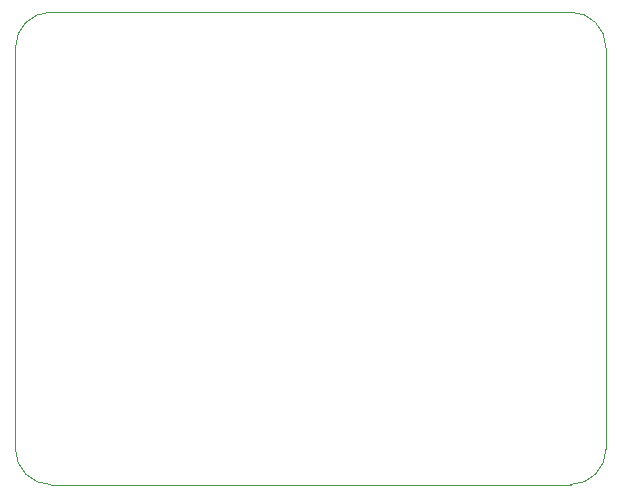
<source format=gbr>
%TF.GenerationSoftware,KiCad,Pcbnew,(5.1.12-1-10_14)*%
%TF.CreationDate,2022-02-15T12:54:36-08:00*%
%TF.ProjectId,g3_power,67335f70-6f77-4657-922e-6b696361645f,rev?*%
%TF.SameCoordinates,Original*%
%TF.FileFunction,Profile,NP*%
%FSLAX46Y46*%
G04 Gerber Fmt 4.6, Leading zero omitted, Abs format (unit mm)*
G04 Created by KiCad (PCBNEW (5.1.12-1-10_14)) date 2022-02-15 12:54:36*
%MOMM*%
%LPD*%
G01*
G04 APERTURE LIST*
%TA.AperFunction,Profile*%
%ADD10C,0.100000*%
%TD*%
G04 APERTURE END LIST*
D10*
X256000000Y-70000000D02*
G75*
G02*
X259000000Y-73000000I0J-3000000D01*
G01*
X259000000Y-107000000D02*
G75*
G02*
X256000000Y-110000000I-3000000J0D01*
G01*
X212000000Y-110000000D02*
G75*
G02*
X209000000Y-107000000I0J3000000D01*
G01*
X209000000Y-73000000D02*
G75*
G02*
X212000000Y-70000000I3000000J0D01*
G01*
X209000000Y-107000000D02*
X209000000Y-73000000D01*
X256000000Y-110000000D02*
X212000000Y-110000000D01*
X259000000Y-73000000D02*
X259000000Y-107000000D01*
X212000000Y-70000000D02*
X256000000Y-70000000D01*
M02*

</source>
